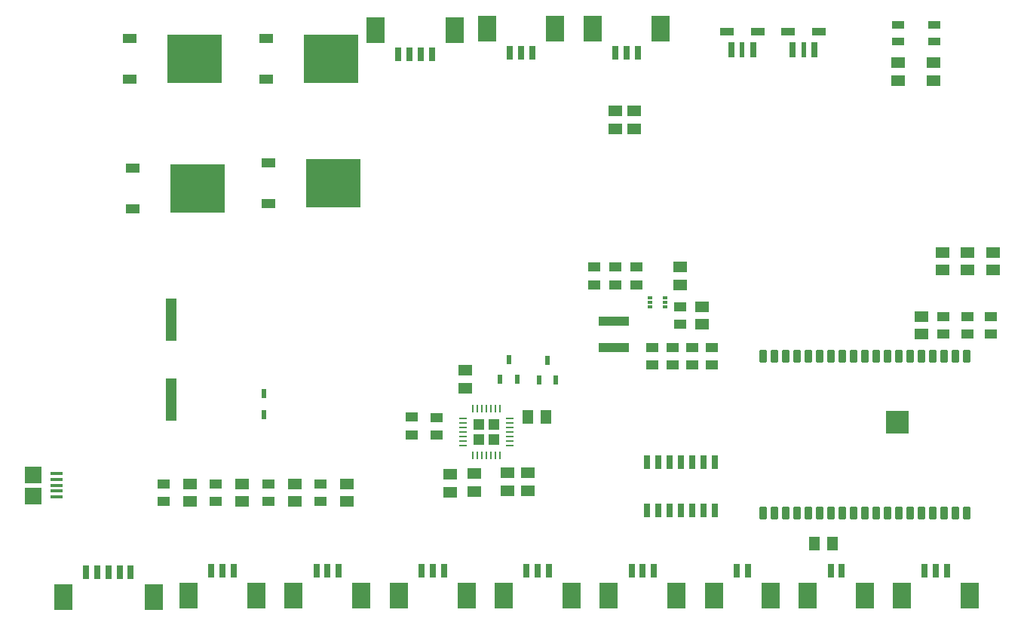
<source format=gbr>
G04 EAGLE Gerber X2 export*
%TF.Part,Single*%
%TF.FileFunction,Paste,Top*%
%TF.FilePolarity,Positive*%
%TF.GenerationSoftware,Autodesk,EAGLE,8.6.1*%
%TF.CreationDate,2020-03-10T10:31:54Z*%
G75*
%MOMM*%
%FSLAX34Y34*%
%LPD*%
%AMOC8*
5,1,8,0,0,1.08239X$1,22.5*%
G01*
%ADD10R,3.400000X1.100000*%
%ADD11R,1.400000X1.100000*%
%ADD12R,1.600000X1.300000*%
%ADD13R,1.400000X0.900000*%
%ADD14R,1.252481X1.249588*%
%ADD15R,1.249938X1.249938*%
%ADD16R,1.252519X1.252519*%
%ADD17R,1.249544X1.252731*%
%ADD18R,0.900000X0.254000*%
%ADD19R,0.254000X0.900000*%
%ADD20R,1.350000X0.400000*%
%ADD21R,1.900000X1.900000*%
%ADD22R,0.500000X1.075000*%
%ADD23R,0.600000X1.100000*%
%ADD24R,1.300000X1.600000*%
%ADD25R,0.750000X1.800000*%
%ADD26R,0.600000X1.800000*%
%ADD27R,1.500000X0.900000*%
%ADD28R,2.531044X2.533469*%
%ADD29C,0.465000*%
%ADD30R,1.300000X4.750000*%
%ADD31R,0.800000X1.600000*%
%ADD32R,2.100000X3.000000*%
%ADD33R,6.200000X5.400000*%
%ADD34R,1.600000X1.000000*%
%ADD35R,0.650000X1.550000*%
%ADD36R,0.475000X0.300000*%


D10*
X703500Y338600D03*
X703500Y308600D03*
D11*
X778100Y355000D03*
X778100Y335000D03*
X705500Y379125D03*
X705500Y399125D03*
X791667Y309000D03*
X791667Y289000D03*
D12*
X802400Y335000D03*
X802400Y355000D03*
X777981Y379125D03*
X777981Y399125D03*
D13*
X1063300Y671450D03*
X1063300Y652450D03*
D12*
X1062900Y608700D03*
X1062900Y628700D03*
D14*
X551738Y222852D03*
D15*
X569250Y222850D03*
D16*
X551737Y205337D03*
D17*
X569252Y205336D03*
D18*
X534600Y229100D03*
X534600Y224100D03*
X534600Y219100D03*
X534600Y214100D03*
X534600Y209100D03*
X534600Y204100D03*
X534600Y199100D03*
D19*
X545500Y188200D03*
X550500Y188200D03*
X555500Y188200D03*
X560500Y188200D03*
X565500Y188200D03*
X570500Y188200D03*
X575500Y188200D03*
D18*
X586400Y199100D03*
X586400Y204100D03*
X586400Y209100D03*
X586400Y214100D03*
X586400Y219100D03*
X586400Y224100D03*
X586400Y229100D03*
D19*
X575500Y240000D03*
X570500Y240000D03*
X565500Y240000D03*
X560500Y240000D03*
X555500Y240000D03*
X550500Y240000D03*
X545500Y240000D03*
D11*
X504900Y210400D03*
X504900Y230400D03*
X476900Y210900D03*
X476900Y230900D03*
D12*
X520100Y146400D03*
X520100Y166400D03*
X547033Y147200D03*
X547033Y167200D03*
X583967Y148000D03*
X583967Y168000D03*
X606900Y167900D03*
X606900Y147900D03*
D20*
X78050Y141100D03*
D21*
X51300Y166100D03*
X51300Y142100D03*
D20*
X78050Y167100D03*
X78050Y160600D03*
X78050Y154100D03*
X78050Y147600D03*
D22*
X311100Y233780D03*
X311100Y257020D03*
D13*
X1023000Y671450D03*
X1023000Y652450D03*
D12*
X1023000Y608700D03*
X1023000Y628700D03*
D11*
X1127300Y323750D03*
X1127300Y343750D03*
X1100456Y323750D03*
X1100456Y343750D03*
X1073613Y323750D03*
X1073613Y343750D03*
D12*
X1049019Y343750D03*
X1049019Y323750D03*
D23*
X576100Y273000D03*
X595100Y273000D03*
X585600Y295000D03*
X619600Y272800D03*
X638600Y272800D03*
X629100Y294800D03*
D12*
X537000Y283200D03*
X537000Y263200D03*
D24*
X627400Y231000D03*
X607400Y231000D03*
D25*
X904550Y643700D03*
D26*
X916800Y643700D03*
D25*
X929050Y643700D03*
D27*
X934300Y663200D03*
X899300Y663200D03*
D25*
X835650Y643700D03*
D26*
X847900Y643700D03*
D25*
X860150Y643700D03*
D27*
X865400Y663200D03*
X830400Y663200D03*
D28*
X1021695Y225117D03*
D29*
X1097275Y294475D02*
X1097275Y304325D01*
X1101925Y304325D01*
X1101925Y294475D01*
X1097275Y294475D01*
X1097275Y299124D02*
X1101925Y299124D01*
X1101925Y303773D02*
X1097275Y303773D01*
X1084575Y304325D02*
X1084575Y294475D01*
X1084575Y304325D02*
X1089225Y304325D01*
X1089225Y294475D01*
X1084575Y294475D01*
X1084575Y299124D02*
X1089225Y299124D01*
X1089225Y303773D02*
X1084575Y303773D01*
X1071875Y304325D02*
X1071875Y294475D01*
X1071875Y304325D02*
X1076525Y304325D01*
X1076525Y294475D01*
X1071875Y294475D01*
X1071875Y299124D02*
X1076525Y299124D01*
X1076525Y303773D02*
X1071875Y303773D01*
X1059175Y304325D02*
X1059175Y294475D01*
X1059175Y304325D02*
X1063825Y304325D01*
X1063825Y294475D01*
X1059175Y294475D01*
X1059175Y299124D02*
X1063825Y299124D01*
X1063825Y303773D02*
X1059175Y303773D01*
X1046475Y304325D02*
X1046475Y294475D01*
X1046475Y304325D02*
X1051125Y304325D01*
X1051125Y294475D01*
X1046475Y294475D01*
X1046475Y299124D02*
X1051125Y299124D01*
X1051125Y303773D02*
X1046475Y303773D01*
X1033775Y304325D02*
X1033775Y294475D01*
X1033775Y304325D02*
X1038425Y304325D01*
X1038425Y294475D01*
X1033775Y294475D01*
X1033775Y299124D02*
X1038425Y299124D01*
X1038425Y303773D02*
X1033775Y303773D01*
X1021075Y304325D02*
X1021075Y294475D01*
X1021075Y304325D02*
X1025725Y304325D01*
X1025725Y294475D01*
X1021075Y294475D01*
X1021075Y299124D02*
X1025725Y299124D01*
X1025725Y303773D02*
X1021075Y303773D01*
X1008375Y304325D02*
X1008375Y294475D01*
X1008375Y304325D02*
X1013025Y304325D01*
X1013025Y294475D01*
X1008375Y294475D01*
X1008375Y299124D02*
X1013025Y299124D01*
X1013025Y303773D02*
X1008375Y303773D01*
X995675Y304325D02*
X995675Y294475D01*
X995675Y304325D02*
X1000325Y304325D01*
X1000325Y294475D01*
X995675Y294475D01*
X995675Y299124D02*
X1000325Y299124D01*
X1000325Y303773D02*
X995675Y303773D01*
X982975Y304325D02*
X982975Y294475D01*
X982975Y304325D02*
X987625Y304325D01*
X987625Y294475D01*
X982975Y294475D01*
X982975Y299124D02*
X987625Y299124D01*
X987625Y303773D02*
X982975Y303773D01*
X970275Y304325D02*
X970275Y294475D01*
X970275Y304325D02*
X974925Y304325D01*
X974925Y294475D01*
X970275Y294475D01*
X970275Y299124D02*
X974925Y299124D01*
X974925Y303773D02*
X970275Y303773D01*
X957575Y304325D02*
X957575Y294475D01*
X957575Y304325D02*
X962225Y304325D01*
X962225Y294475D01*
X957575Y294475D01*
X957575Y299124D02*
X962225Y299124D01*
X962225Y303773D02*
X957575Y303773D01*
X944875Y304325D02*
X944875Y294475D01*
X944875Y304325D02*
X949525Y304325D01*
X949525Y294475D01*
X944875Y294475D01*
X944875Y299124D02*
X949525Y299124D01*
X949525Y303773D02*
X944875Y303773D01*
X932175Y304325D02*
X932175Y294475D01*
X932175Y304325D02*
X936825Y304325D01*
X936825Y294475D01*
X932175Y294475D01*
X932175Y299124D02*
X936825Y299124D01*
X936825Y303773D02*
X932175Y303773D01*
X919475Y304325D02*
X919475Y294475D01*
X919475Y304325D02*
X924125Y304325D01*
X924125Y294475D01*
X919475Y294475D01*
X919475Y299124D02*
X924125Y299124D01*
X924125Y303773D02*
X919475Y303773D01*
X906775Y304325D02*
X906775Y294475D01*
X906775Y304325D02*
X911425Y304325D01*
X911425Y294475D01*
X906775Y294475D01*
X906775Y299124D02*
X911425Y299124D01*
X911425Y303773D02*
X906775Y303773D01*
X894075Y304325D02*
X894075Y294475D01*
X894075Y304325D02*
X898725Y304325D01*
X898725Y294475D01*
X894075Y294475D01*
X894075Y299124D02*
X898725Y299124D01*
X898725Y303773D02*
X894075Y303773D01*
X881375Y304325D02*
X881375Y294475D01*
X881375Y304325D02*
X886025Y304325D01*
X886025Y294475D01*
X881375Y294475D01*
X881375Y299124D02*
X886025Y299124D01*
X886025Y303773D02*
X881375Y303773D01*
X868675Y304325D02*
X868675Y294475D01*
X868675Y304325D02*
X873325Y304325D01*
X873325Y294475D01*
X868675Y294475D01*
X868675Y299124D02*
X873325Y299124D01*
X873325Y303773D02*
X868675Y303773D01*
X873325Y128125D02*
X873325Y118275D01*
X868675Y118275D01*
X868675Y128125D01*
X873325Y128125D01*
X873325Y122924D02*
X868675Y122924D01*
X868675Y127573D02*
X873325Y127573D01*
X886025Y128125D02*
X886025Y118275D01*
X881375Y118275D01*
X881375Y128125D01*
X886025Y128125D01*
X886025Y122924D02*
X881375Y122924D01*
X881375Y127573D02*
X886025Y127573D01*
X898725Y128125D02*
X898725Y118275D01*
X894075Y118275D01*
X894075Y128125D01*
X898725Y128125D01*
X898725Y122924D02*
X894075Y122924D01*
X894075Y127573D02*
X898725Y127573D01*
X911425Y128125D02*
X911425Y118275D01*
X906775Y118275D01*
X906775Y128125D01*
X911425Y128125D01*
X911425Y122924D02*
X906775Y122924D01*
X906775Y127573D02*
X911425Y127573D01*
X924125Y128125D02*
X924125Y118275D01*
X919475Y118275D01*
X919475Y128125D01*
X924125Y128125D01*
X924125Y122924D02*
X919475Y122924D01*
X919475Y127573D02*
X924125Y127573D01*
X936825Y128125D02*
X936825Y118275D01*
X932175Y118275D01*
X932175Y128125D01*
X936825Y128125D01*
X936825Y122924D02*
X932175Y122924D01*
X932175Y127573D02*
X936825Y127573D01*
X949525Y128125D02*
X949525Y118275D01*
X944875Y118275D01*
X944875Y128125D01*
X949525Y128125D01*
X949525Y122924D02*
X944875Y122924D01*
X944875Y127573D02*
X949525Y127573D01*
X962225Y128125D02*
X962225Y118275D01*
X957575Y118275D01*
X957575Y128125D01*
X962225Y128125D01*
X962225Y122924D02*
X957575Y122924D01*
X957575Y127573D02*
X962225Y127573D01*
X974925Y128125D02*
X974925Y118275D01*
X970275Y118275D01*
X970275Y128125D01*
X974925Y128125D01*
X974925Y122924D02*
X970275Y122924D01*
X970275Y127573D02*
X974925Y127573D01*
X987625Y128125D02*
X987625Y118275D01*
X982975Y118275D01*
X982975Y128125D01*
X987625Y128125D01*
X987625Y122924D02*
X982975Y122924D01*
X982975Y127573D02*
X987625Y127573D01*
X1000325Y128125D02*
X1000325Y118275D01*
X995675Y118275D01*
X995675Y128125D01*
X1000325Y128125D01*
X1000325Y122924D02*
X995675Y122924D01*
X995675Y127573D02*
X1000325Y127573D01*
X1013025Y128125D02*
X1013025Y118275D01*
X1008375Y118275D01*
X1008375Y128125D01*
X1013025Y128125D01*
X1013025Y122924D02*
X1008375Y122924D01*
X1008375Y127573D02*
X1013025Y127573D01*
X1025725Y128125D02*
X1025725Y118275D01*
X1021075Y118275D01*
X1021075Y128125D01*
X1025725Y128125D01*
X1025725Y122924D02*
X1021075Y122924D01*
X1021075Y127573D02*
X1025725Y127573D01*
X1038425Y128125D02*
X1038425Y118275D01*
X1033775Y118275D01*
X1033775Y128125D01*
X1038425Y128125D01*
X1038425Y122924D02*
X1033775Y122924D01*
X1033775Y127573D02*
X1038425Y127573D01*
X1051125Y128125D02*
X1051125Y118275D01*
X1046475Y118275D01*
X1046475Y128125D01*
X1051125Y128125D01*
X1051125Y122924D02*
X1046475Y122924D01*
X1046475Y127573D02*
X1051125Y127573D01*
X1063825Y128125D02*
X1063825Y118275D01*
X1059175Y118275D01*
X1059175Y128125D01*
X1063825Y128125D01*
X1063825Y122924D02*
X1059175Y122924D01*
X1059175Y127573D02*
X1063825Y127573D01*
X1076525Y128125D02*
X1076525Y118275D01*
X1071875Y118275D01*
X1071875Y128125D01*
X1076525Y128125D01*
X1076525Y122924D02*
X1071875Y122924D01*
X1071875Y127573D02*
X1076525Y127573D01*
X1089225Y128125D02*
X1089225Y118275D01*
X1084575Y118275D01*
X1084575Y128125D01*
X1089225Y128125D01*
X1089225Y122924D02*
X1084575Y122924D01*
X1084575Y127573D02*
X1089225Y127573D01*
X1101925Y128125D02*
X1101925Y118275D01*
X1097275Y118275D01*
X1097275Y128125D01*
X1101925Y128125D01*
X1101925Y122924D02*
X1097275Y122924D01*
X1097275Y127573D02*
X1101925Y127573D01*
D30*
X206700Y250350D03*
X206700Y339850D03*
D31*
X499350Y638200D03*
X486850Y638200D03*
X474350Y638200D03*
X461850Y638200D03*
D32*
X524950Y665700D03*
X436250Y665700D03*
D31*
X251775Y58000D03*
X264275Y58000D03*
X276775Y58000D03*
D32*
X226175Y30500D03*
X302375Y30500D03*
D31*
X369750Y58000D03*
X382250Y58000D03*
X394750Y58000D03*
D32*
X344150Y30500D03*
X420350Y30500D03*
D31*
X487725Y58000D03*
X500225Y58000D03*
X512725Y58000D03*
D32*
X462125Y30500D03*
X538325Y30500D03*
D31*
X605700Y58000D03*
X618200Y58000D03*
X630700Y58000D03*
D32*
X580100Y30500D03*
X656300Y30500D03*
D31*
X723675Y58000D03*
X736175Y58000D03*
X748675Y58000D03*
D32*
X698075Y30500D03*
X774275Y30500D03*
D31*
X730400Y639800D03*
X717900Y639800D03*
X705400Y639800D03*
D32*
X756000Y667300D03*
X679800Y667300D03*
D31*
X612000Y639800D03*
X599500Y639800D03*
X587000Y639800D03*
D32*
X637600Y667300D03*
X561400Y667300D03*
D31*
X111200Y56500D03*
X123700Y56500D03*
X136200Y56500D03*
X148700Y56500D03*
X161200Y56500D03*
D32*
X85600Y29000D03*
X186800Y29000D03*
D12*
X726700Y574400D03*
X726700Y554400D03*
X704900Y574500D03*
X704900Y554500D03*
D31*
X841650Y58000D03*
X854150Y58000D03*
D32*
X816050Y30500D03*
X879750Y30500D03*
D31*
X947125Y58000D03*
X959625Y58000D03*
D32*
X921525Y30500D03*
X985225Y30500D03*
D31*
X1052600Y58000D03*
X1065100Y58000D03*
X1077600Y58000D03*
D32*
X1027000Y30500D03*
X1103200Y30500D03*
D12*
X1072629Y415900D03*
X1072629Y395900D03*
X1129300Y415900D03*
X1129300Y395900D03*
X1100638Y415900D03*
X1100638Y395900D03*
D33*
X233000Y633400D03*
D34*
X160000Y656200D03*
X160000Y610600D03*
D33*
X236000Y487800D03*
D34*
X163000Y510600D03*
X163000Y465000D03*
D33*
X386000Y633400D03*
D34*
X313000Y656200D03*
X313000Y610600D03*
D33*
X389000Y493100D03*
D34*
X316000Y515900D03*
X316000Y470300D03*
D24*
X949000Y89125D03*
X929000Y89125D03*
D35*
X740900Y125750D03*
X753600Y125750D03*
X766300Y125750D03*
X779000Y125750D03*
X791700Y125750D03*
X804400Y125750D03*
X817100Y125750D03*
X817100Y180250D03*
X804400Y180250D03*
X791700Y180250D03*
X779000Y180250D03*
X766300Y180250D03*
X753600Y180250D03*
X740900Y180250D03*
D11*
X374571Y135875D03*
X374571Y155875D03*
X315714Y135875D03*
X315714Y155875D03*
X256857Y135875D03*
X256857Y155875D03*
X198000Y135875D03*
X198000Y155875D03*
D12*
X345143Y135875D03*
X345143Y155875D03*
X286286Y135875D03*
X286286Y155875D03*
X227429Y135875D03*
X227429Y155875D03*
X404000Y135875D03*
X404000Y155875D03*
D36*
X744620Y365000D03*
X744620Y360000D03*
X744620Y355000D03*
X761380Y355000D03*
X761380Y360000D03*
X761380Y365000D03*
D11*
X682000Y379125D03*
X682000Y399125D03*
X814000Y309000D03*
X814000Y289000D03*
X729000Y379125D03*
X729000Y399125D03*
X747000Y309000D03*
X747000Y289000D03*
X769333Y309000D03*
X769333Y289000D03*
M02*

</source>
